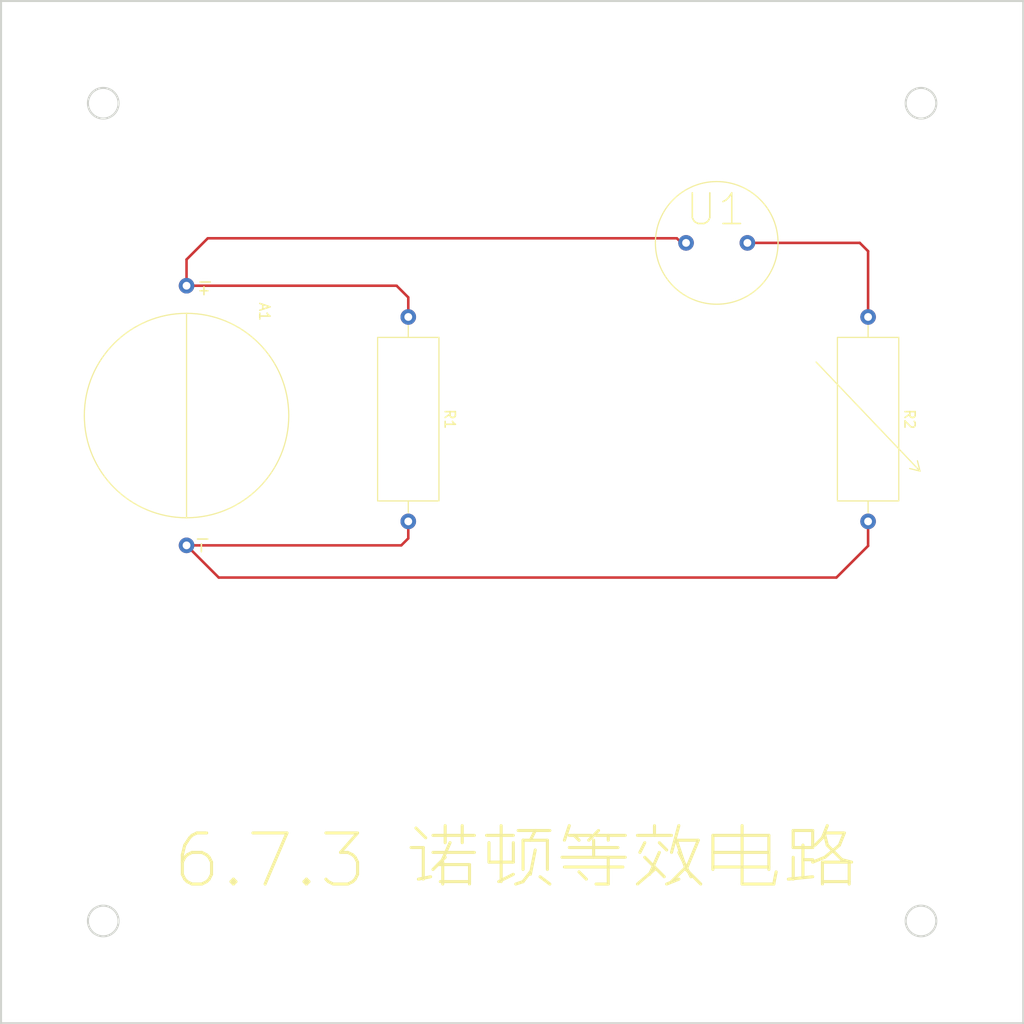
<source format=kicad_pcb>
(kicad_pcb (version 20211014) (generator pcbnew)
  (layers (0 "F.Cu" signal) (31 "B.Cu" signal) (34 "B.Paste" user) (35 "F.Paste" user) (36 "B.SilkS" user "B.Silkscreen") (37 "F.SilkS" user "F.Silkscreen") (38 "B.Mask" user) (39 "F.Mask" user) (44 "Edge.Cuts" user))
  (net 0 "")
  (net 1 "Net-(A1-Pad1)")
  (net 2 "Net-(A1-Pad2)")
  (net 3 "Net-(R2-Pad1)")
  (footprint "test2021:Is" (layer "F.Cu") (at 30.1498 52.5526 -90)
    (fp_text reference "A1" (at -10.16 -7.62 -90 unlocked) (layer "F.SilkS"))
    (fp_text value "Is")
    (fp_text user "I+" (at -12.446 -1.778 -90 unlocked) (layer "F.SilkS"))
    (fp_text user "I-" (at 12.7 -1.524 -90 unlocked) (layer "F.SilkS"))
    (fp_line (start -10 0) (end 10 0) (layer "F.SilkS") (width 0.12))
    (fp_circle (center 0 0) (end 10 0) (layer "F.SilkS") (width 0.12) (fill none))
    (pad "1" thru_hole circle (at -12.7 0 270) (size 1.524 1.524) (drill 0.762) (layers *.Cu *.Mask) (net 1 "Net-(A1-Pad1)"))
    (pad "2" thru_hole circle (at 12.7 0 270) (size 1.524 1.524) (drill 0.762) (layers *.Cu *.Mask) (net 2 "Net-(A1-Pad2)"))
  )
  (footprint "test2021:R" (layer "F.Cu") (at 51.8414 52.9082 -90)
    (fp_text reference "R1" (at 0 -4.064 -90 unlocked) (layer "F.SilkS"))
    (fp_text value "R")
    (fp_line (start -8 0) (end -9.144 0) (layer "F.SilkS") (width 0.12))
    (fp_line (start 8 0) (end 9.144 0) (layer "F.SilkS") (width 0.12))
    (fp_rect (start -8 -3) (end 8 3) (layer "F.SilkS") (width 0.12) (fill none))
    (pad "1" thru_hole circle (at -10 0 270) (size 1.524 1.524) (drill 0.762) (layers *.Cu *.Mask) (net 1 "Net-(A1-Pad1)"))
    (pad "2" thru_hole circle (at 10 0 270) (size 1.524 1.524) (drill 0.762) (layers *.Cu *.Mask) (net 2 "Net-(A1-Pad2)"))
  )
  (footprint "test2021:Rv" (layer "F.Cu") (at 96.8248 52.9082 -90)
    (fp_text reference "R2" (at 0 -4.064 -90 unlocked) (layer "F.SilkS"))
    (fp_text value "R_Variable")
    (fp_line (start 4.064 -4.826) (end 5.08 -5.08) (layer "F.SilkS") (width 0.12))
    (fp_line (start 5.08 -5.08) (end 4.826 -4.064) (layer "F.SilkS") (width 0.12))
    (fp_line (start -8 0) (end -9.144 0) (layer "F.SilkS") (width 0.12))
    (fp_line (start 8 0) (end 9.144 0) (layer "F.SilkS") (width 0.12))
    (fp_line (start 5.08 -5.08) (end -5.588 5.08) (layer "F.SilkS") (width 0.12))
    (fp_rect (start -8 -3) (end 8 3) (layer "F.SilkS") (width 0.12) (fill none))
    (pad "1" thru_hole circle (at -10 0 270) (size 1.524 1.524) (drill 0.762) (layers *.Cu *.Mask) (net 3 "Net-(R2-Pad1)"))
    (pad "2" thru_hole circle (at 10 0 270) (size 1.524 1.524) (drill 0.762) (layers *.Cu *.Mask) (net 2 "Net-(A1-Pad2)"))
  )
  (footprint "test2021:Multimeter" (layer "F.Cu") (at 82.0166 35.6616 90)
    (fp_text reference "U1" (at 3.2766 -0.1016 unlocked) (layer "F.SilkS") (effects (font (size 3 3))))
    (fp_text value "mA")
    (fp_circle (center 0 0) (end 6 0) (layer "F.SilkS") (width 0.12) (fill none))
    (pad "1" thru_hole circle (at 0 -3 90) (size 1.524 1.524) (drill 0.762) (layers *.Cu *.Mask) (net 1 "Net-(A1-Pad1)"))
    (pad "2" thru_hole circle (at 0 3 90) (size 1.524 1.524) (drill 0.762) (layers *.Cu *.Mask) (net 3 "Net-(R2-Pad1)"))
  )
  (gr_circle (center 22 22) (end 23.5 22) (layer "Edge.Cuts") (width 0.2) (fill none))
  (gr_rect (start 12 12) (end 112 112) (layer "Edge.Cuts") (width 0.2) (fill none))
  (gr_circle (center 102 102) (end 103.5 102) (layer "Edge.Cuts") (width 0.2) (fill none))
  (gr_circle (center 102 22) (end 103.5 22) (layer "Edge.Cuts") (width 0.2) (fill none))
  (gr_circle (center 22 102) (end 23.5 102) (layer "Edge.Cuts") (width 0.2) (fill none))
  (gr_text "6.7.3 诺顿等效电路" (at 62.357 96.0882) (layer "F.SilkS") (effects (font (size 5 5) (thickness 0.3))))
  (segment (start 50.6984 39.8526) (end 30.1498 39.8526) (width 0.25) (layer "F.Cu") (net 1))
  (segment (start 51.8414 40.9956) (end 50.6984 39.8526) (width 0.25) (layer "F.Cu") (net 1))
  (segment (start 79.0166 35.766001) (end 79.0166 35.6616) (width 0.25) (layer "F.Cu") (net 1))
  (segment (start 78.115996 35.2116) (end 78.618373 35.713977) (width 0.25) (layer "F.Cu") (net 1))
  (segment (start 32.2254 35.2116) (end 78.115996 35.2116) (width 0.25) (layer "F.Cu") (net 1))
  (segment (start 30.1498 39.8526) (end 30.1498 37.2872) (width 0.25) (layer "F.Cu") (net 1))
  (segment (start 78.618373 36.164228) (end 79.0166 35.766001) (width 0.25) (layer "F.Cu") (net 1))
  (segment (start 78.618373 35.713977) (end 78.618373 36.164228) (width 0.25) (layer "F.Cu") (net 1))
  (segment (start 51.8414 42.9082) (end 51.8414 40.9956) (width 0.25) (layer "F.Cu") (net 1))
  (segment (start 30.1498 37.2872) (end 32.2254 35.2116) (width 0.25) (layer "F.Cu") (net 1))
  (segment (start 30.1498 65.2526) (end 33.2994 68.4022) (width 0.25) (layer "F.Cu") (net 2))
  (segment (start 51.8414 62.9082) (end 51.8414 64.5668) (width 0.25) (layer "F.Cu") (net 2))
  (segment (start 93.726 68.4022) (end 96.8248 65.3034) (width 0.25) (layer "F.Cu") (net 2))
  (segment (start 96.8248 65.3034) (end 96.8248 62.9082) (width 0.25) (layer "F.Cu") (net 2))
  (segment (start 51.8414 64.5668) (end 51.1556 65.2526) (width 0.25) (layer "F.Cu") (net 2))
  (segment (start 33.2994 68.4022) (end 93.726 68.4022) (width 0.25) (layer "F.Cu") (net 2))
  (segment (start 51.1556 65.2526) (end 30.1498 65.2526) (width 0.25) (layer "F.Cu") (net 2))
  (segment (start 96.012 35.6616) (end 96.8248 36.4744) (width 0.25) (layer "F.Cu") (net 3))
  (segment (start 85.0166 35.6616) (end 96.012 35.6616) (width 0.25) (layer "F.Cu") (net 3))
  (segment (start 96.8248 36.4744) (end 96.8248 42.9082) (width 0.25) (layer "F.Cu") (net 3))
)
</source>
